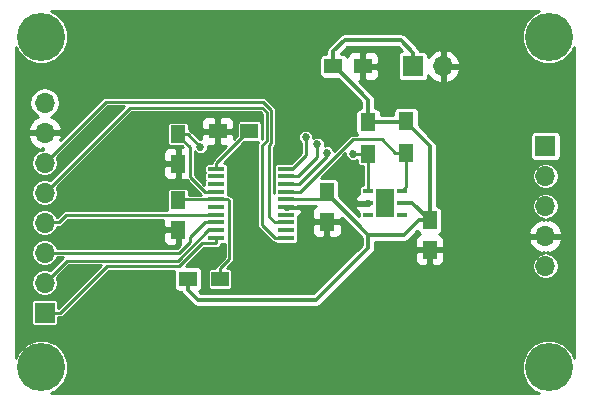
<source format=gtl>
%TF.GenerationSoftware,KiCad,Pcbnew,4.0.7*%
%TF.CreationDate,2018-04-09T00:36:22-04:00*%
%TF.ProjectId,TemperatureHumidityEPD,54656D706572617475726548756D6964,rev?*%
%TF.FileFunction,Copper,L1,Top,Signal*%
%FSLAX46Y46*%
G04 Gerber Fmt 4.6, Leading zero omitted, Abs format (unit mm)*
G04 Created by KiCad (PCBNEW 4.0.7) date Monday, 09 April 2018 'AMt' 00:36:22*
%MOMM*%
%LPD*%
G01*
G04 APERTURE LIST*
%ADD10C,0.127000*%
%ADD11R,0.850000X0.450000*%
%ADD12R,1.500000X2.400000*%
%ADD13R,1.250000X1.500000*%
%ADD14R,1.500000X1.250000*%
%ADD15R,1.700000X1.700000*%
%ADD16O,1.700000X1.700000*%
%ADD17R,1.500000X1.300000*%
%ADD18C,4.064000*%
%ADD19R,1.300000X1.500000*%
%ADD20R,1.450000X0.450000*%
%ADD21C,0.685800*%
%ADD22C,0.304800*%
%ADD23C,0.254000*%
G04 APERTURE END LIST*
D10*
D11*
X130150000Y-95575000D03*
X130150000Y-96600000D03*
X130150000Y-97625000D03*
X133050000Y-97625000D03*
X133055000Y-96600000D03*
X133050000Y-95575000D03*
D12*
X131600000Y-96600000D03*
D13*
X114100000Y-90750000D03*
X114100000Y-93250000D03*
X114100000Y-96350000D03*
X114100000Y-98850000D03*
X126700000Y-95650000D03*
X126700000Y-98150000D03*
D14*
X127250000Y-85000000D03*
X129750000Y-85000000D03*
D13*
X135400000Y-98050000D03*
X135400000Y-100550000D03*
D15*
X102800000Y-105860000D03*
D16*
X102800000Y-103320000D03*
X102800000Y-100780000D03*
X102800000Y-98240000D03*
X102800000Y-95700000D03*
X102800000Y-93160000D03*
X102800000Y-90620000D03*
X102800000Y-88080000D03*
D15*
X145200000Y-91760000D03*
D16*
X145200000Y-94300000D03*
X145200000Y-96840000D03*
X145200000Y-99380000D03*
X145200000Y-101920000D03*
D15*
X134000000Y-85000000D03*
D16*
X136540000Y-85000000D03*
D17*
X114950000Y-103000000D03*
X117650000Y-103000000D03*
D18*
X145500000Y-110500000D03*
X102500000Y-82500000D03*
X102500000Y-110500000D03*
X145500000Y-82500000D03*
D17*
X120150000Y-90500000D03*
X117450000Y-90500000D03*
D19*
X130200000Y-89750000D03*
X130200000Y-92450000D03*
X133400000Y-89650000D03*
X133400000Y-92350000D03*
D20*
X117350000Y-93675000D03*
X117350000Y-94325000D03*
X117350000Y-94975000D03*
X117350000Y-95625000D03*
X117350000Y-96275000D03*
X117350000Y-96925000D03*
X117350000Y-97575000D03*
X117350000Y-98225000D03*
X117350000Y-98875000D03*
X117350000Y-99525000D03*
X123250000Y-99525000D03*
X123250000Y-98875000D03*
X123250000Y-98225000D03*
X123250000Y-97575000D03*
X123250000Y-96925000D03*
X123250000Y-96275000D03*
X123250000Y-95625000D03*
X123250000Y-94975000D03*
X123250000Y-94325000D03*
X123250000Y-93675000D03*
D21*
X128300000Y-94500000D03*
X123600000Y-102000000D03*
X116000000Y-91800000D03*
X125900000Y-91600000D03*
X124900000Y-91000000D03*
X126700000Y-92323910D03*
X128900000Y-92400000D03*
D22*
X125800000Y-104800000D02*
X130225000Y-100375000D01*
X130225000Y-100375000D02*
X130225000Y-99300000D01*
X115795200Y-104800000D02*
X125800000Y-104800000D01*
X114950000Y-103000000D02*
X114950000Y-103954800D01*
X114950000Y-103954800D02*
X115795200Y-104800000D01*
X130225000Y-99300000D02*
X133220200Y-99300000D01*
X133220200Y-99300000D02*
X134470200Y-98050000D01*
X134470200Y-98050000D02*
X135400000Y-98050000D01*
X126700000Y-95650000D02*
X126700000Y-95775000D01*
X126700000Y-95775000D02*
X130225000Y-99300000D01*
X133055000Y-96600000D02*
X133950000Y-96600000D01*
X133950000Y-96600000D02*
X135400000Y-98050000D01*
X133400000Y-89650000D02*
X133400000Y-89750000D01*
X133400000Y-89750000D02*
X135400000Y-91750000D01*
X135400000Y-91750000D02*
X135400000Y-96995200D01*
X135400000Y-96995200D02*
X135400000Y-98050000D01*
X130200000Y-89750000D02*
X133300000Y-89750000D01*
X133300000Y-89750000D02*
X133400000Y-89650000D01*
X127250000Y-85000000D02*
X127375000Y-85000000D01*
X127375000Y-85000000D02*
X130200000Y-87825000D01*
X130200000Y-87825000D02*
X130200000Y-88695200D01*
X130200000Y-88695200D02*
X130200000Y-89750000D01*
X128200000Y-82800000D02*
X127250000Y-83750000D01*
X127250000Y-83750000D02*
X127250000Y-85000000D01*
X132954800Y-82800000D02*
X128200000Y-82800000D01*
X134000000Y-85000000D02*
X134000000Y-83845200D01*
X134000000Y-83845200D02*
X132954800Y-82800000D01*
D23*
X123250000Y-96275000D02*
X126075000Y-96275000D01*
X126075000Y-96275000D02*
X126700000Y-95650000D01*
X126700000Y-98150000D02*
X125821000Y-98150000D01*
X125821000Y-98150000D02*
X124596000Y-96925000D01*
X124596000Y-96925000D02*
X124327242Y-96925000D01*
X114100000Y-90750000D02*
X114950000Y-90750000D01*
X114950000Y-90750000D02*
X116000000Y-91800000D01*
X117350000Y-95625000D02*
X116371000Y-95625000D01*
X116371000Y-95625000D02*
X115106001Y-94360001D01*
X115106001Y-91881001D02*
X114100000Y-90875000D01*
X114100000Y-90875000D02*
X114100000Y-90750000D01*
X115106001Y-94360001D02*
X115106001Y-91881001D01*
X117350000Y-96275000D02*
X114175000Y-96275000D01*
X114175000Y-96275000D02*
X114100000Y-96350000D01*
X117650000Y-103000000D02*
X117650000Y-102096000D01*
X118456001Y-96402001D02*
X118329000Y-96275000D01*
X117650000Y-102096000D02*
X118456001Y-101289999D01*
X118329000Y-96275000D02*
X117350000Y-96275000D01*
X118456001Y-101289999D02*
X118456001Y-96402001D01*
X117350000Y-99525000D02*
X117350000Y-100004000D01*
X117350000Y-100004000D02*
X116096000Y-100004000D01*
X116096000Y-100004000D02*
X114181801Y-101918199D01*
X114181801Y-101918199D02*
X108081801Y-101918199D01*
X108081801Y-101918199D02*
X104140000Y-105860000D01*
X104140000Y-105860000D02*
X102800000Y-105860000D01*
X103649999Y-102470001D02*
X102800000Y-103320000D01*
X104659011Y-101460989D02*
X103649999Y-102470001D01*
X114064261Y-101460989D02*
X104659011Y-101460989D01*
X117350000Y-98875000D02*
X116650250Y-98875000D01*
X116650250Y-98875000D02*
X114064261Y-101460989D01*
X114170500Y-100780000D02*
X104002081Y-100780000D01*
X115106001Y-99844499D02*
X114170500Y-100780000D01*
X115106001Y-99489999D02*
X115106001Y-99844499D01*
X116371000Y-98225000D02*
X115106001Y-99489999D01*
X117350000Y-98225000D02*
X116371000Y-98225000D01*
X104002081Y-100780000D02*
X102800000Y-100780000D01*
X104000000Y-98200000D02*
X102840000Y-98200000D01*
X102840000Y-98200000D02*
X102800000Y-98240000D01*
X104625000Y-97575000D02*
X104000000Y-98200000D01*
X117350000Y-97575000D02*
X104625000Y-97575000D01*
X123250000Y-99525000D02*
X122271000Y-99525000D01*
X122271000Y-99525000D02*
X121200000Y-98454000D01*
X121200000Y-98454000D02*
X121200000Y-91700000D01*
X121208011Y-88508011D02*
X109991989Y-88508011D01*
X121200000Y-91700000D02*
X121600000Y-91300000D01*
X121600000Y-91300000D02*
X121600000Y-88900000D01*
X121600000Y-88900000D02*
X121208011Y-88508011D01*
X109991989Y-88508011D02*
X103649999Y-94850001D01*
X103649999Y-94850001D02*
X102800000Y-95700000D01*
X103649999Y-92310001D02*
X102800000Y-93160000D01*
X120831659Y-87993591D02*
X120825250Y-88000000D01*
X121268341Y-87993591D02*
X120831659Y-87993591D01*
X122006411Y-88731660D02*
X121268341Y-87993591D01*
X120825250Y-88000000D02*
X107960000Y-88000000D01*
X122006411Y-91468339D02*
X122006411Y-88731660D01*
X121800000Y-91674750D02*
X122006411Y-91468339D01*
X121800000Y-97754000D02*
X121800000Y-91674750D01*
X122271000Y-98225000D02*
X121800000Y-97754000D01*
X123250000Y-98225000D02*
X122271000Y-98225000D01*
X107960000Y-88000000D02*
X103649999Y-92310001D01*
X123250000Y-94325000D02*
X124235802Y-94325000D01*
X124235802Y-94325000D02*
X125900000Y-92660802D01*
X125900000Y-92660802D02*
X125900000Y-91600000D01*
X123250000Y-93675000D02*
X123750000Y-93675000D01*
X123750000Y-93675000D02*
X124900000Y-92525000D01*
X124900000Y-92525000D02*
X124900000Y-91000000D01*
X117350000Y-93675000D02*
X117350000Y-93196000D01*
X117350000Y-93196000D02*
X120046000Y-90500000D01*
X120046000Y-90500000D02*
X120150000Y-90500000D01*
X126700000Y-92579238D02*
X126700000Y-92323910D01*
X124304238Y-94975000D02*
X126700000Y-92579238D01*
X123250000Y-94975000D02*
X124304238Y-94975000D01*
X128900000Y-92400000D02*
X130150000Y-92400000D01*
X130150000Y-92400000D02*
X130200000Y-92450000D01*
X130200000Y-92450000D02*
X130200000Y-95525000D01*
X130200000Y-95525000D02*
X130150000Y-95575000D01*
X132496000Y-92350000D02*
X133400000Y-92350000D01*
X131346000Y-91200000D02*
X132496000Y-92350000D01*
X128871376Y-91200000D02*
X131346000Y-91200000D01*
X124446376Y-95625000D02*
X128871376Y-91200000D01*
X123250000Y-95625000D02*
X124446376Y-95625000D01*
X133400000Y-92350000D02*
X133400000Y-95225000D01*
X133400000Y-95225000D02*
X133050000Y-95575000D01*
G36*
X144192408Y-80539348D02*
X143541633Y-81188988D01*
X143189002Y-82038217D01*
X143188200Y-82957749D01*
X143539348Y-83807592D01*
X144188988Y-84458367D01*
X145038217Y-84810998D01*
X145957749Y-84811800D01*
X146807592Y-84460652D01*
X147458367Y-83811012D01*
X147657100Y-83332410D01*
X147657100Y-109667848D01*
X147460652Y-109192408D01*
X146811012Y-108541633D01*
X145961783Y-108189002D01*
X145042251Y-108188200D01*
X144192408Y-108539348D01*
X143541633Y-109188988D01*
X143189002Y-110038217D01*
X143188200Y-110957749D01*
X143539348Y-111807592D01*
X144188988Y-112458367D01*
X144667590Y-112657100D01*
X103332152Y-112657100D01*
X103807592Y-112460652D01*
X104458367Y-111811012D01*
X104810998Y-110961783D01*
X104811800Y-110042251D01*
X104460652Y-109192408D01*
X103811012Y-108541633D01*
X102961783Y-108189002D01*
X102042251Y-108188200D01*
X101192408Y-108539348D01*
X100541633Y-109188988D01*
X100342900Y-109667590D01*
X100342900Y-90976890D01*
X101358524Y-90976890D01*
X101528355Y-91386924D01*
X101918642Y-91815183D01*
X102443108Y-92061486D01*
X102672998Y-91940820D01*
X102672998Y-92051461D01*
X102345671Y-92116570D01*
X101979268Y-92361394D01*
X101734444Y-92727797D01*
X101648474Y-93160000D01*
X101734444Y-93592203D01*
X101979268Y-93958606D01*
X102345671Y-94203430D01*
X102777874Y-94289400D01*
X102822126Y-94289400D01*
X103254329Y-94203430D01*
X103620732Y-93958606D01*
X103865556Y-93592203D01*
X103951526Y-93160000D01*
X103865556Y-92727797D01*
X103842077Y-92692659D01*
X108128336Y-88406400D01*
X109518864Y-88406400D01*
X103262940Y-94662324D01*
X103254329Y-94656570D01*
X102822126Y-94570600D01*
X102777874Y-94570600D01*
X102345671Y-94656570D01*
X101979268Y-94901394D01*
X101734444Y-95267797D01*
X101648474Y-95700000D01*
X101734444Y-96132203D01*
X101979268Y-96498606D01*
X102345671Y-96743430D01*
X102777874Y-96829400D01*
X102822126Y-96829400D01*
X103254329Y-96743430D01*
X103620732Y-96498606D01*
X103865556Y-96132203D01*
X103951526Y-95700000D01*
X103865556Y-95267797D01*
X103842077Y-95232659D01*
X105538986Y-93535750D01*
X112840000Y-93535750D01*
X112840000Y-94126309D01*
X112936673Y-94359698D01*
X113115301Y-94538327D01*
X113348690Y-94635000D01*
X113814250Y-94635000D01*
X113973000Y-94476250D01*
X113973000Y-93377000D01*
X112998750Y-93377000D01*
X112840000Y-93535750D01*
X105538986Y-93535750D01*
X106701045Y-92373691D01*
X112840000Y-92373691D01*
X112840000Y-92964250D01*
X112998750Y-93123000D01*
X113973000Y-93123000D01*
X113973000Y-92023750D01*
X113814250Y-91865000D01*
X113348690Y-91865000D01*
X113115301Y-91961673D01*
X112936673Y-92140302D01*
X112840000Y-92373691D01*
X106701045Y-92373691D01*
X110160325Y-88914411D01*
X121039675Y-88914411D01*
X121193600Y-89068336D01*
X121193600Y-91131664D01*
X121184873Y-91140391D01*
X121184873Y-89850000D01*
X121165391Y-89746461D01*
X121104199Y-89651366D01*
X121010832Y-89587571D01*
X120900000Y-89565127D01*
X119400000Y-89565127D01*
X119296461Y-89584609D01*
X119201366Y-89645801D01*
X119137571Y-89739168D01*
X119115127Y-89850000D01*
X119115127Y-90856137D01*
X118835000Y-91136264D01*
X118835000Y-90785750D01*
X118676250Y-90627000D01*
X117577000Y-90627000D01*
X117577000Y-91626250D01*
X117735750Y-91785000D01*
X118186264Y-91785000D01*
X117062632Y-92908632D01*
X116974535Y-93040477D01*
X116949741Y-93165127D01*
X116625000Y-93165127D01*
X116521461Y-93184609D01*
X116426366Y-93245801D01*
X116362571Y-93339168D01*
X116340127Y-93450000D01*
X116340127Y-93900000D01*
X116359609Y-94003539D01*
X116359648Y-94003600D01*
X116340127Y-94100000D01*
X116340127Y-94550000D01*
X116359609Y-94653539D01*
X116359648Y-94653600D01*
X116340127Y-94750000D01*
X116340127Y-95019391D01*
X115512401Y-94191665D01*
X115512401Y-92192383D01*
X115647035Y-92327253D01*
X115875674Y-92422192D01*
X116123240Y-92422408D01*
X116352044Y-92327868D01*
X116527253Y-92152965D01*
X116622192Y-91924326D01*
X116622314Y-91785000D01*
X117164250Y-91785000D01*
X117323000Y-91626250D01*
X117323000Y-90627000D01*
X116223750Y-90627000D01*
X116065000Y-90785750D01*
X116065000Y-91177756D01*
X115952394Y-91177658D01*
X115237368Y-90462632D01*
X115105523Y-90374535D01*
X115009873Y-90355509D01*
X115009873Y-90000000D01*
X114990391Y-89896461D01*
X114929199Y-89801366D01*
X114835832Y-89737571D01*
X114767286Y-89723690D01*
X116065000Y-89723690D01*
X116065000Y-90214250D01*
X116223750Y-90373000D01*
X117323000Y-90373000D01*
X117323000Y-89373750D01*
X117577000Y-89373750D01*
X117577000Y-90373000D01*
X118676250Y-90373000D01*
X118835000Y-90214250D01*
X118835000Y-89723690D01*
X118738327Y-89490301D01*
X118559698Y-89311673D01*
X118326309Y-89215000D01*
X117735750Y-89215000D01*
X117577000Y-89373750D01*
X117323000Y-89373750D01*
X117164250Y-89215000D01*
X116573691Y-89215000D01*
X116340302Y-89311673D01*
X116161673Y-89490301D01*
X116065000Y-89723690D01*
X114767286Y-89723690D01*
X114725000Y-89715127D01*
X113475000Y-89715127D01*
X113371461Y-89734609D01*
X113276366Y-89795801D01*
X113212571Y-89889168D01*
X113190127Y-90000000D01*
X113190127Y-91500000D01*
X113209609Y-91603539D01*
X113270801Y-91698634D01*
X113364168Y-91762429D01*
X113475000Y-91784873D01*
X114435137Y-91784873D01*
X114515264Y-91865000D01*
X114385750Y-91865000D01*
X114227000Y-92023750D01*
X114227000Y-93123000D01*
X114247000Y-93123000D01*
X114247000Y-93377000D01*
X114227000Y-93377000D01*
X114227000Y-94476250D01*
X114385750Y-94635000D01*
X114810368Y-94635000D01*
X114818633Y-94647369D01*
X116039864Y-95868600D01*
X115009873Y-95868600D01*
X115009873Y-95600000D01*
X114990391Y-95496461D01*
X114929199Y-95401366D01*
X114835832Y-95337571D01*
X114725000Y-95315127D01*
X113475000Y-95315127D01*
X113371461Y-95334609D01*
X113276366Y-95395801D01*
X113212571Y-95489168D01*
X113190127Y-95600000D01*
X113190127Y-97100000D01*
X113203035Y-97168600D01*
X104625000Y-97168600D01*
X104469477Y-97199535D01*
X104337631Y-97287632D01*
X103846294Y-97778970D01*
X103620732Y-97441394D01*
X103254329Y-97196570D01*
X102822126Y-97110600D01*
X102777874Y-97110600D01*
X102345671Y-97196570D01*
X101979268Y-97441394D01*
X101734444Y-97807797D01*
X101648474Y-98240000D01*
X101734444Y-98672203D01*
X101979268Y-99038606D01*
X102345671Y-99283430D01*
X102777874Y-99369400D01*
X102822126Y-99369400D01*
X103254329Y-99283430D01*
X103475346Y-99135750D01*
X112840000Y-99135750D01*
X112840000Y-99726309D01*
X112936673Y-99959698D01*
X113115301Y-100138327D01*
X113348690Y-100235000D01*
X113814250Y-100235000D01*
X113973000Y-100076250D01*
X113973000Y-98977000D01*
X112998750Y-98977000D01*
X112840000Y-99135750D01*
X103475346Y-99135750D01*
X103620732Y-99038606D01*
X103865556Y-98672203D01*
X103878645Y-98606400D01*
X104000000Y-98606400D01*
X104155523Y-98575465D01*
X104287368Y-98487368D01*
X104793337Y-97981400D01*
X112840000Y-97981400D01*
X112840000Y-98564250D01*
X112998750Y-98723000D01*
X113973000Y-98723000D01*
X113973000Y-98703000D01*
X114227000Y-98703000D01*
X114227000Y-98723000D01*
X114247000Y-98723000D01*
X114247000Y-98977000D01*
X114227000Y-98977000D01*
X114227000Y-100076250D01*
X114263257Y-100112507D01*
X114002164Y-100373600D01*
X103870689Y-100373600D01*
X103865556Y-100347797D01*
X103620732Y-99981394D01*
X103254329Y-99736570D01*
X102822126Y-99650600D01*
X102777874Y-99650600D01*
X102345671Y-99736570D01*
X101979268Y-99981394D01*
X101734444Y-100347797D01*
X101648474Y-100780000D01*
X101734444Y-101212203D01*
X101979268Y-101578606D01*
X102345671Y-101823430D01*
X102777874Y-101909400D01*
X102822126Y-101909400D01*
X103254329Y-101823430D01*
X103620732Y-101578606D01*
X103865556Y-101212203D01*
X103870689Y-101186400D01*
X104358863Y-101186400D01*
X103362631Y-102182633D01*
X103262940Y-102282324D01*
X103254329Y-102276570D01*
X102822126Y-102190600D01*
X102777874Y-102190600D01*
X102345671Y-102276570D01*
X101979268Y-102521394D01*
X101734444Y-102887797D01*
X101648474Y-103320000D01*
X101734444Y-103752203D01*
X101979268Y-104118606D01*
X102345671Y-104363430D01*
X102777874Y-104449400D01*
X102822126Y-104449400D01*
X103254329Y-104363430D01*
X103620732Y-104118606D01*
X103865556Y-103752203D01*
X103951526Y-103320000D01*
X103865556Y-102887797D01*
X103842077Y-102852659D01*
X103937367Y-102757369D01*
X104827348Y-101867389D01*
X107557874Y-101867389D01*
X103971664Y-105453600D01*
X103934873Y-105453600D01*
X103934873Y-105010000D01*
X103915391Y-104906461D01*
X103854199Y-104811366D01*
X103760832Y-104747571D01*
X103650000Y-104725127D01*
X101950000Y-104725127D01*
X101846461Y-104744609D01*
X101751366Y-104805801D01*
X101687571Y-104899168D01*
X101665127Y-105010000D01*
X101665127Y-106710000D01*
X101684609Y-106813539D01*
X101745801Y-106908634D01*
X101839168Y-106972429D01*
X101950000Y-106994873D01*
X103650000Y-106994873D01*
X103753539Y-106975391D01*
X103848634Y-106914199D01*
X103912429Y-106820832D01*
X103934873Y-106710000D01*
X103934873Y-106266400D01*
X104140000Y-106266400D01*
X104295523Y-106235465D01*
X104427368Y-106147368D01*
X108250138Y-102324599D01*
X113764885Y-102324599D01*
X113759741Y-102350000D01*
X113759741Y-103650000D01*
X113789850Y-103810015D01*
X113884419Y-103956980D01*
X114028715Y-104055573D01*
X114200000Y-104090259D01*
X114392745Y-104090259D01*
X114410270Y-104178364D01*
X114435284Y-104215800D01*
X114536908Y-104367892D01*
X115382108Y-105213092D01*
X115571636Y-105339730D01*
X115795200Y-105384200D01*
X125800000Y-105384200D01*
X126023564Y-105339730D01*
X126213092Y-105213092D01*
X130590434Y-100835750D01*
X134140000Y-100835750D01*
X134140000Y-101426309D01*
X134236673Y-101659698D01*
X134415301Y-101838327D01*
X134648690Y-101935000D01*
X135114250Y-101935000D01*
X135273000Y-101776250D01*
X135273000Y-100677000D01*
X135527000Y-100677000D01*
X135527000Y-101776250D01*
X135685750Y-101935000D01*
X136151310Y-101935000D01*
X136384699Y-101838327D01*
X136563327Y-101659698D01*
X136660000Y-101426309D01*
X136660000Y-100835750D01*
X136501250Y-100677000D01*
X135527000Y-100677000D01*
X135273000Y-100677000D01*
X134298750Y-100677000D01*
X134140000Y-100835750D01*
X130590434Y-100835750D01*
X130638092Y-100788092D01*
X130643499Y-100780000D01*
X130764730Y-100598564D01*
X130809200Y-100375000D01*
X130809200Y-99884200D01*
X133220200Y-99884200D01*
X133443764Y-99839730D01*
X133633292Y-99713092D01*
X134373275Y-98973109D01*
X134459419Y-99106980D01*
X134583720Y-99191911D01*
X134415301Y-99261673D01*
X134236673Y-99440302D01*
X134140000Y-99673691D01*
X134140000Y-100264250D01*
X134298750Y-100423000D01*
X135273000Y-100423000D01*
X135273000Y-100403000D01*
X135527000Y-100403000D01*
X135527000Y-100423000D01*
X136501250Y-100423000D01*
X136660000Y-100264250D01*
X136660000Y-99736890D01*
X143758524Y-99736890D01*
X143928355Y-100146924D01*
X144318642Y-100575183D01*
X144843108Y-100821486D01*
X145072998Y-100700820D01*
X145072998Y-100811461D01*
X144745671Y-100876570D01*
X144379268Y-101121394D01*
X144134444Y-101487797D01*
X144048474Y-101920000D01*
X144134444Y-102352203D01*
X144379268Y-102718606D01*
X144745671Y-102963430D01*
X145177874Y-103049400D01*
X145222126Y-103049400D01*
X145654329Y-102963430D01*
X146020732Y-102718606D01*
X146265556Y-102352203D01*
X146351526Y-101920000D01*
X146265556Y-101487797D01*
X146020732Y-101121394D01*
X145654329Y-100876570D01*
X145327002Y-100811461D01*
X145327002Y-100700820D01*
X145556892Y-100821486D01*
X146081358Y-100575183D01*
X146471645Y-100146924D01*
X146641476Y-99736890D01*
X146520155Y-99507000D01*
X145327000Y-99507000D01*
X145327000Y-99527000D01*
X145073000Y-99527000D01*
X145073000Y-99507000D01*
X143879845Y-99507000D01*
X143758524Y-99736890D01*
X136660000Y-99736890D01*
X136660000Y-99673691D01*
X136563327Y-99440302D01*
X136384699Y-99261673D01*
X136214503Y-99191175D01*
X136331980Y-99115581D01*
X136395162Y-99023110D01*
X143758524Y-99023110D01*
X143879845Y-99253000D01*
X145073000Y-99253000D01*
X145073000Y-99233000D01*
X145327000Y-99233000D01*
X145327000Y-99253000D01*
X146520155Y-99253000D01*
X146641476Y-99023110D01*
X146471645Y-98613076D01*
X146081358Y-98184817D01*
X145556892Y-97938514D01*
X145327002Y-98059180D01*
X145327002Y-97948539D01*
X145654329Y-97883430D01*
X146020732Y-97638606D01*
X146265556Y-97272203D01*
X146351526Y-96840000D01*
X146265556Y-96407797D01*
X146020732Y-96041394D01*
X145654329Y-95796570D01*
X145222126Y-95710600D01*
X145177874Y-95710600D01*
X144745671Y-95796570D01*
X144379268Y-96041394D01*
X144134444Y-96407797D01*
X144048474Y-96840000D01*
X144134444Y-97272203D01*
X144379268Y-97638606D01*
X144745671Y-97883430D01*
X145072998Y-97948539D01*
X145072998Y-98059180D01*
X144843108Y-97938514D01*
X144318642Y-98184817D01*
X143928355Y-98613076D01*
X143758524Y-99023110D01*
X136395162Y-99023110D01*
X136430573Y-98971285D01*
X136465259Y-98800000D01*
X136465259Y-97300000D01*
X136435150Y-97139985D01*
X136340581Y-96993020D01*
X136196285Y-96894427D01*
X136025000Y-96859741D01*
X135984200Y-96859741D01*
X135984200Y-94300000D01*
X144048474Y-94300000D01*
X144134444Y-94732203D01*
X144379268Y-95098606D01*
X144745671Y-95343430D01*
X145177874Y-95429400D01*
X145222126Y-95429400D01*
X145654329Y-95343430D01*
X146020732Y-95098606D01*
X146265556Y-94732203D01*
X146351526Y-94300000D01*
X146265556Y-93867797D01*
X146020732Y-93501394D01*
X145654329Y-93256570D01*
X145222126Y-93170600D01*
X145177874Y-93170600D01*
X144745671Y-93256570D01*
X144379268Y-93501394D01*
X144134444Y-93867797D01*
X144048474Y-94300000D01*
X135984200Y-94300000D01*
X135984200Y-91750000D01*
X135939730Y-91526436D01*
X135813092Y-91336908D01*
X135386184Y-90910000D01*
X143909741Y-90910000D01*
X143909741Y-92610000D01*
X143939850Y-92770015D01*
X144034419Y-92916980D01*
X144178715Y-93015573D01*
X144350000Y-93050259D01*
X146050000Y-93050259D01*
X146210015Y-93020150D01*
X146356980Y-92925581D01*
X146455573Y-92781285D01*
X146490259Y-92610000D01*
X146490259Y-90910000D01*
X146460150Y-90749985D01*
X146365581Y-90603020D01*
X146221285Y-90504427D01*
X146050000Y-90469741D01*
X144350000Y-90469741D01*
X144189985Y-90499850D01*
X144043020Y-90594419D01*
X143944427Y-90738715D01*
X143909741Y-90910000D01*
X135386184Y-90910000D01*
X134490259Y-90014075D01*
X134490259Y-88900000D01*
X134460150Y-88739985D01*
X134365581Y-88593020D01*
X134221285Y-88494427D01*
X134050000Y-88459741D01*
X132750000Y-88459741D01*
X132589985Y-88489850D01*
X132443020Y-88584419D01*
X132344427Y-88728715D01*
X132309741Y-88900000D01*
X132309741Y-89165800D01*
X131290259Y-89165800D01*
X131290259Y-89000000D01*
X131260150Y-88839985D01*
X131165581Y-88693020D01*
X131021285Y-88594427D01*
X130850000Y-88559741D01*
X130784200Y-88559741D01*
X130784200Y-87825000D01*
X130739730Y-87601436D01*
X130613092Y-87411908D01*
X129461184Y-86260000D01*
X129464250Y-86260000D01*
X129623000Y-86101250D01*
X129623000Y-85127000D01*
X129877000Y-85127000D01*
X129877000Y-86101250D01*
X130035750Y-86260000D01*
X130626309Y-86260000D01*
X130859698Y-86163327D01*
X131038327Y-85984699D01*
X131135000Y-85751310D01*
X131135000Y-85285750D01*
X130976250Y-85127000D01*
X129877000Y-85127000D01*
X129623000Y-85127000D01*
X129603000Y-85127000D01*
X129603000Y-84873000D01*
X129623000Y-84873000D01*
X129623000Y-83898750D01*
X129877000Y-83898750D01*
X129877000Y-84873000D01*
X130976250Y-84873000D01*
X131135000Y-84714250D01*
X131135000Y-84248690D01*
X131038327Y-84015301D01*
X130859698Y-83836673D01*
X130626309Y-83740000D01*
X130035750Y-83740000D01*
X129877000Y-83898750D01*
X129623000Y-83898750D01*
X129464250Y-83740000D01*
X128873691Y-83740000D01*
X128640302Y-83836673D01*
X128461673Y-84015301D01*
X128391175Y-84185497D01*
X128315581Y-84068020D01*
X128171285Y-83969427D01*
X128000000Y-83934741D01*
X127891443Y-83934741D01*
X128441984Y-83384200D01*
X132712816Y-83384200D01*
X133056037Y-83727421D01*
X132989985Y-83739850D01*
X132843020Y-83834419D01*
X132744427Y-83978715D01*
X132709741Y-84150000D01*
X132709741Y-85850000D01*
X132739850Y-86010015D01*
X132834419Y-86156980D01*
X132978715Y-86255573D01*
X133150000Y-86290259D01*
X134850000Y-86290259D01*
X135010015Y-86260150D01*
X135156980Y-86165581D01*
X135255573Y-86021285D01*
X135290259Y-85850000D01*
X135290259Y-85765185D01*
X135344817Y-85881358D01*
X135773076Y-86271645D01*
X136183110Y-86441476D01*
X136413000Y-86320155D01*
X136413000Y-85127000D01*
X136667000Y-85127000D01*
X136667000Y-86320155D01*
X136896890Y-86441476D01*
X137306924Y-86271645D01*
X137735183Y-85881358D01*
X137981486Y-85356892D01*
X137860819Y-85127000D01*
X136667000Y-85127000D01*
X136413000Y-85127000D01*
X136393000Y-85127000D01*
X136393000Y-84873000D01*
X136413000Y-84873000D01*
X136413000Y-83679845D01*
X136667000Y-83679845D01*
X136667000Y-84873000D01*
X137860819Y-84873000D01*
X137981486Y-84643108D01*
X137735183Y-84118642D01*
X137306924Y-83728355D01*
X136896890Y-83558524D01*
X136667000Y-83679845D01*
X136413000Y-83679845D01*
X136183110Y-83558524D01*
X135773076Y-83728355D01*
X135344817Y-84118642D01*
X135290259Y-84234815D01*
X135290259Y-84150000D01*
X135260150Y-83989985D01*
X135165581Y-83843020D01*
X135021285Y-83744427D01*
X134850000Y-83709741D01*
X134557255Y-83709741D01*
X134539730Y-83621636D01*
X134413092Y-83432108D01*
X133367892Y-82386908D01*
X133178364Y-82260270D01*
X132954800Y-82215800D01*
X128200000Y-82215800D01*
X127976436Y-82260270D01*
X127786908Y-82386908D01*
X126836908Y-83336908D01*
X126710270Y-83526436D01*
X126665800Y-83750000D01*
X126665800Y-83934741D01*
X126500000Y-83934741D01*
X126339985Y-83964850D01*
X126193020Y-84059419D01*
X126094427Y-84203715D01*
X126059741Y-84375000D01*
X126059741Y-85625000D01*
X126089850Y-85785015D01*
X126184419Y-85931980D01*
X126328715Y-86030573D01*
X126500000Y-86065259D01*
X127614075Y-86065259D01*
X129615800Y-88066984D01*
X129615800Y-88559741D01*
X129550000Y-88559741D01*
X129389985Y-88589850D01*
X129243020Y-88684419D01*
X129144427Y-88828715D01*
X129109741Y-89000000D01*
X129109741Y-90500000D01*
X129139850Y-90660015D01*
X129225809Y-90793600D01*
X128871376Y-90793600D01*
X128715853Y-90824535D01*
X128593335Y-90906400D01*
X128584008Y-90912632D01*
X127314678Y-92181962D01*
X127227868Y-91971866D01*
X127052965Y-91796657D01*
X126824326Y-91701718D01*
X126576760Y-91701502D01*
X126522192Y-91724049D01*
X126522408Y-91476760D01*
X126427868Y-91247956D01*
X126252965Y-91072747D01*
X126024326Y-90977808D01*
X125776760Y-90977592D01*
X125547956Y-91072132D01*
X125522215Y-91097828D01*
X125522408Y-90876760D01*
X125427868Y-90647956D01*
X125252965Y-90472747D01*
X125024326Y-90377808D01*
X124776760Y-90377592D01*
X124547956Y-90472132D01*
X124372747Y-90647035D01*
X124277808Y-90875674D01*
X124277592Y-91123240D01*
X124372132Y-91352044D01*
X124493600Y-91473725D01*
X124493600Y-92356664D01*
X123685137Y-93165127D01*
X122525000Y-93165127D01*
X122421461Y-93184609D01*
X122326366Y-93245801D01*
X122262571Y-93339168D01*
X122240127Y-93450000D01*
X122240127Y-93900000D01*
X122259609Y-94003539D01*
X122259648Y-94003600D01*
X122240127Y-94100000D01*
X122240127Y-94550000D01*
X122259609Y-94653539D01*
X122259648Y-94653600D01*
X122240127Y-94750000D01*
X122240127Y-95200000D01*
X122259609Y-95303539D01*
X122259648Y-95303600D01*
X122240127Y-95400000D01*
X122240127Y-95720194D01*
X122218020Y-95734419D01*
X122206400Y-95751425D01*
X122206400Y-91843086D01*
X122293779Y-91755707D01*
X122381876Y-91623862D01*
X122412811Y-91468339D01*
X122412811Y-88731660D01*
X122381876Y-88576137D01*
X122293779Y-88444292D01*
X121555709Y-87706223D01*
X121423864Y-87618126D01*
X121268341Y-87587191D01*
X120831659Y-87587191D01*
X120799438Y-87593600D01*
X107960000Y-87593600D01*
X107804477Y-87624535D01*
X107682224Y-87706223D01*
X107672632Y-87712632D01*
X104123474Y-91261790D01*
X104241476Y-90976890D01*
X104120155Y-90747000D01*
X102927000Y-90747000D01*
X102927000Y-90767000D01*
X102673000Y-90767000D01*
X102673000Y-90747000D01*
X101479845Y-90747000D01*
X101358524Y-90976890D01*
X100342900Y-90976890D01*
X100342900Y-90263110D01*
X101358524Y-90263110D01*
X101479845Y-90493000D01*
X102673000Y-90493000D01*
X102673000Y-90473000D01*
X102927000Y-90473000D01*
X102927000Y-90493000D01*
X104120155Y-90493000D01*
X104241476Y-90263110D01*
X104071645Y-89853076D01*
X103681358Y-89424817D01*
X103325448Y-89257673D01*
X103731481Y-88986369D01*
X104009341Y-88570524D01*
X104106912Y-88080000D01*
X104009341Y-87589476D01*
X103731481Y-87173631D01*
X103315636Y-86895771D01*
X102825112Y-86798200D01*
X102774888Y-86798200D01*
X102284364Y-86895771D01*
X101868519Y-87173631D01*
X101590659Y-87589476D01*
X101493088Y-88080000D01*
X101590659Y-88570524D01*
X101868519Y-88986369D01*
X102274552Y-89257673D01*
X101918642Y-89424817D01*
X101528355Y-89853076D01*
X101358524Y-90263110D01*
X100342900Y-90263110D01*
X100342900Y-83332152D01*
X100539348Y-83807592D01*
X101188988Y-84458367D01*
X102038217Y-84810998D01*
X102957749Y-84811800D01*
X103807592Y-84460652D01*
X104458367Y-83811012D01*
X104810998Y-82961783D01*
X104811800Y-82042251D01*
X104460652Y-81192408D01*
X103811012Y-80541633D01*
X103332410Y-80342900D01*
X144667848Y-80342900D01*
X144192408Y-80539348D01*
X144192408Y-80539348D01*
G37*
X144192408Y-80539348D02*
X143541633Y-81188988D01*
X143189002Y-82038217D01*
X143188200Y-82957749D01*
X143539348Y-83807592D01*
X144188988Y-84458367D01*
X145038217Y-84810998D01*
X145957749Y-84811800D01*
X146807592Y-84460652D01*
X147458367Y-83811012D01*
X147657100Y-83332410D01*
X147657100Y-109667848D01*
X147460652Y-109192408D01*
X146811012Y-108541633D01*
X145961783Y-108189002D01*
X145042251Y-108188200D01*
X144192408Y-108539348D01*
X143541633Y-109188988D01*
X143189002Y-110038217D01*
X143188200Y-110957749D01*
X143539348Y-111807592D01*
X144188988Y-112458367D01*
X144667590Y-112657100D01*
X103332152Y-112657100D01*
X103807592Y-112460652D01*
X104458367Y-111811012D01*
X104810998Y-110961783D01*
X104811800Y-110042251D01*
X104460652Y-109192408D01*
X103811012Y-108541633D01*
X102961783Y-108189002D01*
X102042251Y-108188200D01*
X101192408Y-108539348D01*
X100541633Y-109188988D01*
X100342900Y-109667590D01*
X100342900Y-90976890D01*
X101358524Y-90976890D01*
X101528355Y-91386924D01*
X101918642Y-91815183D01*
X102443108Y-92061486D01*
X102672998Y-91940820D01*
X102672998Y-92051461D01*
X102345671Y-92116570D01*
X101979268Y-92361394D01*
X101734444Y-92727797D01*
X101648474Y-93160000D01*
X101734444Y-93592203D01*
X101979268Y-93958606D01*
X102345671Y-94203430D01*
X102777874Y-94289400D01*
X102822126Y-94289400D01*
X103254329Y-94203430D01*
X103620732Y-93958606D01*
X103865556Y-93592203D01*
X103951526Y-93160000D01*
X103865556Y-92727797D01*
X103842077Y-92692659D01*
X108128336Y-88406400D01*
X109518864Y-88406400D01*
X103262940Y-94662324D01*
X103254329Y-94656570D01*
X102822126Y-94570600D01*
X102777874Y-94570600D01*
X102345671Y-94656570D01*
X101979268Y-94901394D01*
X101734444Y-95267797D01*
X101648474Y-95700000D01*
X101734444Y-96132203D01*
X101979268Y-96498606D01*
X102345671Y-96743430D01*
X102777874Y-96829400D01*
X102822126Y-96829400D01*
X103254329Y-96743430D01*
X103620732Y-96498606D01*
X103865556Y-96132203D01*
X103951526Y-95700000D01*
X103865556Y-95267797D01*
X103842077Y-95232659D01*
X105538986Y-93535750D01*
X112840000Y-93535750D01*
X112840000Y-94126309D01*
X112936673Y-94359698D01*
X113115301Y-94538327D01*
X113348690Y-94635000D01*
X113814250Y-94635000D01*
X113973000Y-94476250D01*
X113973000Y-93377000D01*
X112998750Y-93377000D01*
X112840000Y-93535750D01*
X105538986Y-93535750D01*
X106701045Y-92373691D01*
X112840000Y-92373691D01*
X112840000Y-92964250D01*
X112998750Y-93123000D01*
X113973000Y-93123000D01*
X113973000Y-92023750D01*
X113814250Y-91865000D01*
X113348690Y-91865000D01*
X113115301Y-91961673D01*
X112936673Y-92140302D01*
X112840000Y-92373691D01*
X106701045Y-92373691D01*
X110160325Y-88914411D01*
X121039675Y-88914411D01*
X121193600Y-89068336D01*
X121193600Y-91131664D01*
X121184873Y-91140391D01*
X121184873Y-89850000D01*
X121165391Y-89746461D01*
X121104199Y-89651366D01*
X121010832Y-89587571D01*
X120900000Y-89565127D01*
X119400000Y-89565127D01*
X119296461Y-89584609D01*
X119201366Y-89645801D01*
X119137571Y-89739168D01*
X119115127Y-89850000D01*
X119115127Y-90856137D01*
X118835000Y-91136264D01*
X118835000Y-90785750D01*
X118676250Y-90627000D01*
X117577000Y-90627000D01*
X117577000Y-91626250D01*
X117735750Y-91785000D01*
X118186264Y-91785000D01*
X117062632Y-92908632D01*
X116974535Y-93040477D01*
X116949741Y-93165127D01*
X116625000Y-93165127D01*
X116521461Y-93184609D01*
X116426366Y-93245801D01*
X116362571Y-93339168D01*
X116340127Y-93450000D01*
X116340127Y-93900000D01*
X116359609Y-94003539D01*
X116359648Y-94003600D01*
X116340127Y-94100000D01*
X116340127Y-94550000D01*
X116359609Y-94653539D01*
X116359648Y-94653600D01*
X116340127Y-94750000D01*
X116340127Y-95019391D01*
X115512401Y-94191665D01*
X115512401Y-92192383D01*
X115647035Y-92327253D01*
X115875674Y-92422192D01*
X116123240Y-92422408D01*
X116352044Y-92327868D01*
X116527253Y-92152965D01*
X116622192Y-91924326D01*
X116622314Y-91785000D01*
X117164250Y-91785000D01*
X117323000Y-91626250D01*
X117323000Y-90627000D01*
X116223750Y-90627000D01*
X116065000Y-90785750D01*
X116065000Y-91177756D01*
X115952394Y-91177658D01*
X115237368Y-90462632D01*
X115105523Y-90374535D01*
X115009873Y-90355509D01*
X115009873Y-90000000D01*
X114990391Y-89896461D01*
X114929199Y-89801366D01*
X114835832Y-89737571D01*
X114767286Y-89723690D01*
X116065000Y-89723690D01*
X116065000Y-90214250D01*
X116223750Y-90373000D01*
X117323000Y-90373000D01*
X117323000Y-89373750D01*
X117577000Y-89373750D01*
X117577000Y-90373000D01*
X118676250Y-90373000D01*
X118835000Y-90214250D01*
X118835000Y-89723690D01*
X118738327Y-89490301D01*
X118559698Y-89311673D01*
X118326309Y-89215000D01*
X117735750Y-89215000D01*
X117577000Y-89373750D01*
X117323000Y-89373750D01*
X117164250Y-89215000D01*
X116573691Y-89215000D01*
X116340302Y-89311673D01*
X116161673Y-89490301D01*
X116065000Y-89723690D01*
X114767286Y-89723690D01*
X114725000Y-89715127D01*
X113475000Y-89715127D01*
X113371461Y-89734609D01*
X113276366Y-89795801D01*
X113212571Y-89889168D01*
X113190127Y-90000000D01*
X113190127Y-91500000D01*
X113209609Y-91603539D01*
X113270801Y-91698634D01*
X113364168Y-91762429D01*
X113475000Y-91784873D01*
X114435137Y-91784873D01*
X114515264Y-91865000D01*
X114385750Y-91865000D01*
X114227000Y-92023750D01*
X114227000Y-93123000D01*
X114247000Y-93123000D01*
X114247000Y-93377000D01*
X114227000Y-93377000D01*
X114227000Y-94476250D01*
X114385750Y-94635000D01*
X114810368Y-94635000D01*
X114818633Y-94647369D01*
X116039864Y-95868600D01*
X115009873Y-95868600D01*
X115009873Y-95600000D01*
X114990391Y-95496461D01*
X114929199Y-95401366D01*
X114835832Y-95337571D01*
X114725000Y-95315127D01*
X113475000Y-95315127D01*
X113371461Y-95334609D01*
X113276366Y-95395801D01*
X113212571Y-95489168D01*
X113190127Y-95600000D01*
X113190127Y-97100000D01*
X113203035Y-97168600D01*
X104625000Y-97168600D01*
X104469477Y-97199535D01*
X104337631Y-97287632D01*
X103846294Y-97778970D01*
X103620732Y-97441394D01*
X103254329Y-97196570D01*
X102822126Y-97110600D01*
X102777874Y-97110600D01*
X102345671Y-97196570D01*
X101979268Y-97441394D01*
X101734444Y-97807797D01*
X101648474Y-98240000D01*
X101734444Y-98672203D01*
X101979268Y-99038606D01*
X102345671Y-99283430D01*
X102777874Y-99369400D01*
X102822126Y-99369400D01*
X103254329Y-99283430D01*
X103475346Y-99135750D01*
X112840000Y-99135750D01*
X112840000Y-99726309D01*
X112936673Y-99959698D01*
X113115301Y-100138327D01*
X113348690Y-100235000D01*
X113814250Y-100235000D01*
X113973000Y-100076250D01*
X113973000Y-98977000D01*
X112998750Y-98977000D01*
X112840000Y-99135750D01*
X103475346Y-99135750D01*
X103620732Y-99038606D01*
X103865556Y-98672203D01*
X103878645Y-98606400D01*
X104000000Y-98606400D01*
X104155523Y-98575465D01*
X104287368Y-98487368D01*
X104793337Y-97981400D01*
X112840000Y-97981400D01*
X112840000Y-98564250D01*
X112998750Y-98723000D01*
X113973000Y-98723000D01*
X113973000Y-98703000D01*
X114227000Y-98703000D01*
X114227000Y-98723000D01*
X114247000Y-98723000D01*
X114247000Y-98977000D01*
X114227000Y-98977000D01*
X114227000Y-100076250D01*
X114263257Y-100112507D01*
X114002164Y-100373600D01*
X103870689Y-100373600D01*
X103865556Y-100347797D01*
X103620732Y-99981394D01*
X103254329Y-99736570D01*
X102822126Y-99650600D01*
X102777874Y-99650600D01*
X102345671Y-99736570D01*
X101979268Y-99981394D01*
X101734444Y-100347797D01*
X101648474Y-100780000D01*
X101734444Y-101212203D01*
X101979268Y-101578606D01*
X102345671Y-101823430D01*
X102777874Y-101909400D01*
X102822126Y-101909400D01*
X103254329Y-101823430D01*
X103620732Y-101578606D01*
X103865556Y-101212203D01*
X103870689Y-101186400D01*
X104358863Y-101186400D01*
X103362631Y-102182633D01*
X103262940Y-102282324D01*
X103254329Y-102276570D01*
X102822126Y-102190600D01*
X102777874Y-102190600D01*
X102345671Y-102276570D01*
X101979268Y-102521394D01*
X101734444Y-102887797D01*
X101648474Y-103320000D01*
X101734444Y-103752203D01*
X101979268Y-104118606D01*
X102345671Y-104363430D01*
X102777874Y-104449400D01*
X102822126Y-104449400D01*
X103254329Y-104363430D01*
X103620732Y-104118606D01*
X103865556Y-103752203D01*
X103951526Y-103320000D01*
X103865556Y-102887797D01*
X103842077Y-102852659D01*
X103937367Y-102757369D01*
X104827348Y-101867389D01*
X107557874Y-101867389D01*
X103971664Y-105453600D01*
X103934873Y-105453600D01*
X103934873Y-105010000D01*
X103915391Y-104906461D01*
X103854199Y-104811366D01*
X103760832Y-104747571D01*
X103650000Y-104725127D01*
X101950000Y-104725127D01*
X101846461Y-104744609D01*
X101751366Y-104805801D01*
X101687571Y-104899168D01*
X101665127Y-105010000D01*
X101665127Y-106710000D01*
X101684609Y-106813539D01*
X101745801Y-106908634D01*
X101839168Y-106972429D01*
X101950000Y-106994873D01*
X103650000Y-106994873D01*
X103753539Y-106975391D01*
X103848634Y-106914199D01*
X103912429Y-106820832D01*
X103934873Y-106710000D01*
X103934873Y-106266400D01*
X104140000Y-106266400D01*
X104295523Y-106235465D01*
X104427368Y-106147368D01*
X108250138Y-102324599D01*
X113764885Y-102324599D01*
X113759741Y-102350000D01*
X113759741Y-103650000D01*
X113789850Y-103810015D01*
X113884419Y-103956980D01*
X114028715Y-104055573D01*
X114200000Y-104090259D01*
X114392745Y-104090259D01*
X114410270Y-104178364D01*
X114435284Y-104215800D01*
X114536908Y-104367892D01*
X115382108Y-105213092D01*
X115571636Y-105339730D01*
X115795200Y-105384200D01*
X125800000Y-105384200D01*
X126023564Y-105339730D01*
X126213092Y-105213092D01*
X130590434Y-100835750D01*
X134140000Y-100835750D01*
X134140000Y-101426309D01*
X134236673Y-101659698D01*
X134415301Y-101838327D01*
X134648690Y-101935000D01*
X135114250Y-101935000D01*
X135273000Y-101776250D01*
X135273000Y-100677000D01*
X135527000Y-100677000D01*
X135527000Y-101776250D01*
X135685750Y-101935000D01*
X136151310Y-101935000D01*
X136384699Y-101838327D01*
X136563327Y-101659698D01*
X136660000Y-101426309D01*
X136660000Y-100835750D01*
X136501250Y-100677000D01*
X135527000Y-100677000D01*
X135273000Y-100677000D01*
X134298750Y-100677000D01*
X134140000Y-100835750D01*
X130590434Y-100835750D01*
X130638092Y-100788092D01*
X130643499Y-100780000D01*
X130764730Y-100598564D01*
X130809200Y-100375000D01*
X130809200Y-99884200D01*
X133220200Y-99884200D01*
X133443764Y-99839730D01*
X133633292Y-99713092D01*
X134373275Y-98973109D01*
X134459419Y-99106980D01*
X134583720Y-99191911D01*
X134415301Y-99261673D01*
X134236673Y-99440302D01*
X134140000Y-99673691D01*
X134140000Y-100264250D01*
X134298750Y-100423000D01*
X135273000Y-100423000D01*
X135273000Y-100403000D01*
X135527000Y-100403000D01*
X135527000Y-100423000D01*
X136501250Y-100423000D01*
X136660000Y-100264250D01*
X136660000Y-99736890D01*
X143758524Y-99736890D01*
X143928355Y-100146924D01*
X144318642Y-100575183D01*
X144843108Y-100821486D01*
X145072998Y-100700820D01*
X145072998Y-100811461D01*
X144745671Y-100876570D01*
X144379268Y-101121394D01*
X144134444Y-101487797D01*
X144048474Y-101920000D01*
X144134444Y-102352203D01*
X144379268Y-102718606D01*
X144745671Y-102963430D01*
X145177874Y-103049400D01*
X145222126Y-103049400D01*
X145654329Y-102963430D01*
X146020732Y-102718606D01*
X146265556Y-102352203D01*
X146351526Y-101920000D01*
X146265556Y-101487797D01*
X146020732Y-101121394D01*
X145654329Y-100876570D01*
X145327002Y-100811461D01*
X145327002Y-100700820D01*
X145556892Y-100821486D01*
X146081358Y-100575183D01*
X146471645Y-100146924D01*
X146641476Y-99736890D01*
X146520155Y-99507000D01*
X145327000Y-99507000D01*
X145327000Y-99527000D01*
X145073000Y-99527000D01*
X145073000Y-99507000D01*
X143879845Y-99507000D01*
X143758524Y-99736890D01*
X136660000Y-99736890D01*
X136660000Y-99673691D01*
X136563327Y-99440302D01*
X136384699Y-99261673D01*
X136214503Y-99191175D01*
X136331980Y-99115581D01*
X136395162Y-99023110D01*
X143758524Y-99023110D01*
X143879845Y-99253000D01*
X145073000Y-99253000D01*
X145073000Y-99233000D01*
X145327000Y-99233000D01*
X145327000Y-99253000D01*
X146520155Y-99253000D01*
X146641476Y-99023110D01*
X146471645Y-98613076D01*
X146081358Y-98184817D01*
X145556892Y-97938514D01*
X145327002Y-98059180D01*
X145327002Y-97948539D01*
X145654329Y-97883430D01*
X146020732Y-97638606D01*
X146265556Y-97272203D01*
X146351526Y-96840000D01*
X146265556Y-96407797D01*
X146020732Y-96041394D01*
X145654329Y-95796570D01*
X145222126Y-95710600D01*
X145177874Y-95710600D01*
X144745671Y-95796570D01*
X144379268Y-96041394D01*
X144134444Y-96407797D01*
X144048474Y-96840000D01*
X144134444Y-97272203D01*
X144379268Y-97638606D01*
X144745671Y-97883430D01*
X145072998Y-97948539D01*
X145072998Y-98059180D01*
X144843108Y-97938514D01*
X144318642Y-98184817D01*
X143928355Y-98613076D01*
X143758524Y-99023110D01*
X136395162Y-99023110D01*
X136430573Y-98971285D01*
X136465259Y-98800000D01*
X136465259Y-97300000D01*
X136435150Y-97139985D01*
X136340581Y-96993020D01*
X136196285Y-96894427D01*
X136025000Y-96859741D01*
X135984200Y-96859741D01*
X135984200Y-94300000D01*
X144048474Y-94300000D01*
X144134444Y-94732203D01*
X144379268Y-95098606D01*
X144745671Y-95343430D01*
X145177874Y-95429400D01*
X145222126Y-95429400D01*
X145654329Y-95343430D01*
X146020732Y-95098606D01*
X146265556Y-94732203D01*
X146351526Y-94300000D01*
X146265556Y-93867797D01*
X146020732Y-93501394D01*
X145654329Y-93256570D01*
X145222126Y-93170600D01*
X145177874Y-93170600D01*
X144745671Y-93256570D01*
X144379268Y-93501394D01*
X144134444Y-93867797D01*
X144048474Y-94300000D01*
X135984200Y-94300000D01*
X135984200Y-91750000D01*
X135939730Y-91526436D01*
X135813092Y-91336908D01*
X135386184Y-90910000D01*
X143909741Y-90910000D01*
X143909741Y-92610000D01*
X143939850Y-92770015D01*
X144034419Y-92916980D01*
X144178715Y-93015573D01*
X144350000Y-93050259D01*
X146050000Y-93050259D01*
X146210015Y-93020150D01*
X146356980Y-92925581D01*
X146455573Y-92781285D01*
X146490259Y-92610000D01*
X146490259Y-90910000D01*
X146460150Y-90749985D01*
X146365581Y-90603020D01*
X146221285Y-90504427D01*
X146050000Y-90469741D01*
X144350000Y-90469741D01*
X144189985Y-90499850D01*
X144043020Y-90594419D01*
X143944427Y-90738715D01*
X143909741Y-90910000D01*
X135386184Y-90910000D01*
X134490259Y-90014075D01*
X134490259Y-88900000D01*
X134460150Y-88739985D01*
X134365581Y-88593020D01*
X134221285Y-88494427D01*
X134050000Y-88459741D01*
X132750000Y-88459741D01*
X132589985Y-88489850D01*
X132443020Y-88584419D01*
X132344427Y-88728715D01*
X132309741Y-88900000D01*
X132309741Y-89165800D01*
X131290259Y-89165800D01*
X131290259Y-89000000D01*
X131260150Y-88839985D01*
X131165581Y-88693020D01*
X131021285Y-88594427D01*
X130850000Y-88559741D01*
X130784200Y-88559741D01*
X130784200Y-87825000D01*
X130739730Y-87601436D01*
X130613092Y-87411908D01*
X129461184Y-86260000D01*
X129464250Y-86260000D01*
X129623000Y-86101250D01*
X129623000Y-85127000D01*
X129877000Y-85127000D01*
X129877000Y-86101250D01*
X130035750Y-86260000D01*
X130626309Y-86260000D01*
X130859698Y-86163327D01*
X131038327Y-85984699D01*
X131135000Y-85751310D01*
X131135000Y-85285750D01*
X130976250Y-85127000D01*
X129877000Y-85127000D01*
X129623000Y-85127000D01*
X129603000Y-85127000D01*
X129603000Y-84873000D01*
X129623000Y-84873000D01*
X129623000Y-83898750D01*
X129877000Y-83898750D01*
X129877000Y-84873000D01*
X130976250Y-84873000D01*
X131135000Y-84714250D01*
X131135000Y-84248690D01*
X131038327Y-84015301D01*
X130859698Y-83836673D01*
X130626309Y-83740000D01*
X130035750Y-83740000D01*
X129877000Y-83898750D01*
X129623000Y-83898750D01*
X129464250Y-83740000D01*
X128873691Y-83740000D01*
X128640302Y-83836673D01*
X128461673Y-84015301D01*
X128391175Y-84185497D01*
X128315581Y-84068020D01*
X128171285Y-83969427D01*
X128000000Y-83934741D01*
X127891443Y-83934741D01*
X128441984Y-83384200D01*
X132712816Y-83384200D01*
X133056037Y-83727421D01*
X132989985Y-83739850D01*
X132843020Y-83834419D01*
X132744427Y-83978715D01*
X132709741Y-84150000D01*
X132709741Y-85850000D01*
X132739850Y-86010015D01*
X132834419Y-86156980D01*
X132978715Y-86255573D01*
X133150000Y-86290259D01*
X134850000Y-86290259D01*
X135010015Y-86260150D01*
X135156980Y-86165581D01*
X135255573Y-86021285D01*
X135290259Y-85850000D01*
X135290259Y-85765185D01*
X135344817Y-85881358D01*
X135773076Y-86271645D01*
X136183110Y-86441476D01*
X136413000Y-86320155D01*
X136413000Y-85127000D01*
X136667000Y-85127000D01*
X136667000Y-86320155D01*
X136896890Y-86441476D01*
X137306924Y-86271645D01*
X137735183Y-85881358D01*
X137981486Y-85356892D01*
X137860819Y-85127000D01*
X136667000Y-85127000D01*
X136413000Y-85127000D01*
X136393000Y-85127000D01*
X136393000Y-84873000D01*
X136413000Y-84873000D01*
X136413000Y-83679845D01*
X136667000Y-83679845D01*
X136667000Y-84873000D01*
X137860819Y-84873000D01*
X137981486Y-84643108D01*
X137735183Y-84118642D01*
X137306924Y-83728355D01*
X136896890Y-83558524D01*
X136667000Y-83679845D01*
X136413000Y-83679845D01*
X136183110Y-83558524D01*
X135773076Y-83728355D01*
X135344817Y-84118642D01*
X135290259Y-84234815D01*
X135290259Y-84150000D01*
X135260150Y-83989985D01*
X135165581Y-83843020D01*
X135021285Y-83744427D01*
X134850000Y-83709741D01*
X134557255Y-83709741D01*
X134539730Y-83621636D01*
X134413092Y-83432108D01*
X133367892Y-82386908D01*
X133178364Y-82260270D01*
X132954800Y-82215800D01*
X128200000Y-82215800D01*
X127976436Y-82260270D01*
X127786908Y-82386908D01*
X126836908Y-83336908D01*
X126710270Y-83526436D01*
X126665800Y-83750000D01*
X126665800Y-83934741D01*
X126500000Y-83934741D01*
X126339985Y-83964850D01*
X126193020Y-84059419D01*
X126094427Y-84203715D01*
X126059741Y-84375000D01*
X126059741Y-85625000D01*
X126089850Y-85785015D01*
X126184419Y-85931980D01*
X126328715Y-86030573D01*
X126500000Y-86065259D01*
X127614075Y-86065259D01*
X129615800Y-88066984D01*
X129615800Y-88559741D01*
X129550000Y-88559741D01*
X129389985Y-88589850D01*
X129243020Y-88684419D01*
X129144427Y-88828715D01*
X129109741Y-89000000D01*
X129109741Y-90500000D01*
X129139850Y-90660015D01*
X129225809Y-90793600D01*
X128871376Y-90793600D01*
X128715853Y-90824535D01*
X128593335Y-90906400D01*
X128584008Y-90912632D01*
X127314678Y-92181962D01*
X127227868Y-91971866D01*
X127052965Y-91796657D01*
X126824326Y-91701718D01*
X126576760Y-91701502D01*
X126522192Y-91724049D01*
X126522408Y-91476760D01*
X126427868Y-91247956D01*
X126252965Y-91072747D01*
X126024326Y-90977808D01*
X125776760Y-90977592D01*
X125547956Y-91072132D01*
X125522215Y-91097828D01*
X125522408Y-90876760D01*
X125427868Y-90647956D01*
X125252965Y-90472747D01*
X125024326Y-90377808D01*
X124776760Y-90377592D01*
X124547956Y-90472132D01*
X124372747Y-90647035D01*
X124277808Y-90875674D01*
X124277592Y-91123240D01*
X124372132Y-91352044D01*
X124493600Y-91473725D01*
X124493600Y-92356664D01*
X123685137Y-93165127D01*
X122525000Y-93165127D01*
X122421461Y-93184609D01*
X122326366Y-93245801D01*
X122262571Y-93339168D01*
X122240127Y-93450000D01*
X122240127Y-93900000D01*
X122259609Y-94003539D01*
X122259648Y-94003600D01*
X122240127Y-94100000D01*
X122240127Y-94550000D01*
X122259609Y-94653539D01*
X122259648Y-94653600D01*
X122240127Y-94750000D01*
X122240127Y-95200000D01*
X122259609Y-95303539D01*
X122259648Y-95303600D01*
X122240127Y-95400000D01*
X122240127Y-95720194D01*
X122218020Y-95734419D01*
X122206400Y-95751425D01*
X122206400Y-91843086D01*
X122293779Y-91755707D01*
X122381876Y-91623862D01*
X122412811Y-91468339D01*
X122412811Y-88731660D01*
X122381876Y-88576137D01*
X122293779Y-88444292D01*
X121555709Y-87706223D01*
X121423864Y-87618126D01*
X121268341Y-87587191D01*
X120831659Y-87587191D01*
X120799438Y-87593600D01*
X107960000Y-87593600D01*
X107804477Y-87624535D01*
X107682224Y-87706223D01*
X107672632Y-87712632D01*
X104123474Y-91261790D01*
X104241476Y-90976890D01*
X104120155Y-90747000D01*
X102927000Y-90747000D01*
X102927000Y-90767000D01*
X102673000Y-90767000D01*
X102673000Y-90747000D01*
X101479845Y-90747000D01*
X101358524Y-90976890D01*
X100342900Y-90976890D01*
X100342900Y-90263110D01*
X101358524Y-90263110D01*
X101479845Y-90493000D01*
X102673000Y-90493000D01*
X102673000Y-90473000D01*
X102927000Y-90473000D01*
X102927000Y-90493000D01*
X104120155Y-90493000D01*
X104241476Y-90263110D01*
X104071645Y-89853076D01*
X103681358Y-89424817D01*
X103325448Y-89257673D01*
X103731481Y-88986369D01*
X104009341Y-88570524D01*
X104106912Y-88080000D01*
X104009341Y-87589476D01*
X103731481Y-87173631D01*
X103315636Y-86895771D01*
X102825112Y-86798200D01*
X102774888Y-86798200D01*
X102284364Y-86895771D01*
X101868519Y-87173631D01*
X101590659Y-87589476D01*
X101493088Y-88080000D01*
X101590659Y-88570524D01*
X101868519Y-88986369D01*
X102274552Y-89257673D01*
X101918642Y-89424817D01*
X101528355Y-89853076D01*
X101358524Y-90263110D01*
X100342900Y-90263110D01*
X100342900Y-83332152D01*
X100539348Y-83807592D01*
X101188988Y-84458367D01*
X102038217Y-84810998D01*
X102957749Y-84811800D01*
X103807592Y-84460652D01*
X104458367Y-83811012D01*
X104810998Y-82961783D01*
X104811800Y-82042251D01*
X104460652Y-81192408D01*
X103811012Y-80541633D01*
X103332410Y-80342900D01*
X144667848Y-80342900D01*
X144192408Y-80539348D01*
G36*
X120824535Y-91544477D02*
X120793600Y-91700000D01*
X120793600Y-98454000D01*
X120824535Y-98609523D01*
X120895275Y-98715391D01*
X120912632Y-98741368D01*
X121983632Y-99812368D01*
X122115477Y-99900465D01*
X122271000Y-99931400D01*
X122309711Y-99931400D01*
X122320801Y-99948634D01*
X122414168Y-100012429D01*
X122525000Y-100034873D01*
X123975000Y-100034873D01*
X124078539Y-100015391D01*
X124173634Y-99954199D01*
X124237429Y-99860832D01*
X124259873Y-99750000D01*
X124259873Y-99300000D01*
X124240391Y-99196461D01*
X124240352Y-99196400D01*
X124259873Y-99100000D01*
X124259873Y-98650000D01*
X124240391Y-98546461D01*
X124240352Y-98546400D01*
X124259873Y-98450000D01*
X124259873Y-98435750D01*
X125440000Y-98435750D01*
X125440000Y-99026309D01*
X125536673Y-99259698D01*
X125715301Y-99438327D01*
X125948690Y-99535000D01*
X126414250Y-99535000D01*
X126573000Y-99376250D01*
X126573000Y-98277000D01*
X126827000Y-98277000D01*
X126827000Y-99376250D01*
X126985750Y-99535000D01*
X127451310Y-99535000D01*
X127684699Y-99438327D01*
X127863327Y-99259698D01*
X127960000Y-99026309D01*
X127960000Y-98435750D01*
X127801250Y-98277000D01*
X126827000Y-98277000D01*
X126573000Y-98277000D01*
X125598750Y-98277000D01*
X125440000Y-98435750D01*
X124259873Y-98435750D01*
X124259873Y-98000000D01*
X124240391Y-97896461D01*
X124240352Y-97896400D01*
X124259873Y-97800000D01*
X124259873Y-97719321D01*
X124334698Y-97688327D01*
X124513327Y-97509699D01*
X124610000Y-97276310D01*
X124610000Y-97196250D01*
X124451250Y-97037500D01*
X123377000Y-97037500D01*
X123377000Y-97065127D01*
X123123000Y-97065127D01*
X123123000Y-97037500D01*
X123103000Y-97037500D01*
X123103000Y-96940259D01*
X123975000Y-96940259D01*
X124135015Y-96910150D01*
X124253667Y-96833800D01*
X125782592Y-96833800D01*
X125715301Y-96861673D01*
X125536673Y-97040302D01*
X125440000Y-97273691D01*
X125440000Y-97864250D01*
X125598750Y-98023000D01*
X126573000Y-98023000D01*
X126573000Y-98003000D01*
X126827000Y-98003000D01*
X126827000Y-98023000D01*
X127801250Y-98023000D01*
X127960000Y-97864250D01*
X127960000Y-97861184D01*
X129640800Y-99541984D01*
X129640800Y-100133016D01*
X125558016Y-104215800D01*
X116037184Y-104215800D01*
X115873109Y-104051725D01*
X116006980Y-103965581D01*
X116105573Y-103821285D01*
X116140259Y-103650000D01*
X116140259Y-102350000D01*
X116110150Y-102189985D01*
X116015581Y-102043020D01*
X115871285Y-101944427D01*
X115700000Y-101909741D01*
X114764995Y-101909741D01*
X116264336Y-100410400D01*
X117350000Y-100410400D01*
X117505523Y-100379465D01*
X117637368Y-100291368D01*
X117725465Y-100159523D01*
X117750259Y-100034873D01*
X118049601Y-100034873D01*
X118049601Y-101121662D01*
X117362632Y-101808632D01*
X117274535Y-101940477D01*
X117249741Y-102065127D01*
X116900000Y-102065127D01*
X116796461Y-102084609D01*
X116701366Y-102145801D01*
X116637571Y-102239168D01*
X116615127Y-102350000D01*
X116615127Y-103650000D01*
X116634609Y-103753539D01*
X116695801Y-103848634D01*
X116789168Y-103912429D01*
X116900000Y-103934873D01*
X118400000Y-103934873D01*
X118503539Y-103915391D01*
X118598634Y-103854199D01*
X118662429Y-103760832D01*
X118684873Y-103650000D01*
X118684873Y-102350000D01*
X118665391Y-102246461D01*
X118604199Y-102151366D01*
X118510832Y-102087571D01*
X118400000Y-102065127D01*
X118255609Y-102065127D01*
X118743370Y-101577367D01*
X118831467Y-101445521D01*
X118862401Y-101289999D01*
X118862401Y-96402001D01*
X118857030Y-96375000D01*
X118831467Y-96246479D01*
X118743370Y-96114633D01*
X118616368Y-95987632D01*
X118607041Y-95981400D01*
X118484523Y-95899535D01*
X118355057Y-95873783D01*
X118359873Y-95850000D01*
X118359873Y-95400000D01*
X118340391Y-95296461D01*
X118340352Y-95296400D01*
X118359873Y-95200000D01*
X118359873Y-94750000D01*
X118340391Y-94646461D01*
X118340352Y-94646400D01*
X118359873Y-94550000D01*
X118359873Y-94100000D01*
X118340391Y-93996461D01*
X118340352Y-93996400D01*
X118359873Y-93900000D01*
X118359873Y-93450000D01*
X118340391Y-93346461D01*
X118279199Y-93251366D01*
X118185832Y-93187571D01*
X118075000Y-93165127D01*
X117955609Y-93165127D01*
X119685863Y-91434873D01*
X120897771Y-91434873D01*
X120824535Y-91544477D01*
X120824535Y-91544477D01*
G37*
X120824535Y-91544477D02*
X120793600Y-91700000D01*
X120793600Y-98454000D01*
X120824535Y-98609523D01*
X120895275Y-98715391D01*
X120912632Y-98741368D01*
X121983632Y-99812368D01*
X122115477Y-99900465D01*
X122271000Y-99931400D01*
X122309711Y-99931400D01*
X122320801Y-99948634D01*
X122414168Y-100012429D01*
X122525000Y-100034873D01*
X123975000Y-100034873D01*
X124078539Y-100015391D01*
X124173634Y-99954199D01*
X124237429Y-99860832D01*
X124259873Y-99750000D01*
X124259873Y-99300000D01*
X124240391Y-99196461D01*
X124240352Y-99196400D01*
X124259873Y-99100000D01*
X124259873Y-98650000D01*
X124240391Y-98546461D01*
X124240352Y-98546400D01*
X124259873Y-98450000D01*
X124259873Y-98435750D01*
X125440000Y-98435750D01*
X125440000Y-99026309D01*
X125536673Y-99259698D01*
X125715301Y-99438327D01*
X125948690Y-99535000D01*
X126414250Y-99535000D01*
X126573000Y-99376250D01*
X126573000Y-98277000D01*
X126827000Y-98277000D01*
X126827000Y-99376250D01*
X126985750Y-99535000D01*
X127451310Y-99535000D01*
X127684699Y-99438327D01*
X127863327Y-99259698D01*
X127960000Y-99026309D01*
X127960000Y-98435750D01*
X127801250Y-98277000D01*
X126827000Y-98277000D01*
X126573000Y-98277000D01*
X125598750Y-98277000D01*
X125440000Y-98435750D01*
X124259873Y-98435750D01*
X124259873Y-98000000D01*
X124240391Y-97896461D01*
X124240352Y-97896400D01*
X124259873Y-97800000D01*
X124259873Y-97719321D01*
X124334698Y-97688327D01*
X124513327Y-97509699D01*
X124610000Y-97276310D01*
X124610000Y-97196250D01*
X124451250Y-97037500D01*
X123377000Y-97037500D01*
X123377000Y-97065127D01*
X123123000Y-97065127D01*
X123123000Y-97037500D01*
X123103000Y-97037500D01*
X123103000Y-96940259D01*
X123975000Y-96940259D01*
X124135015Y-96910150D01*
X124253667Y-96833800D01*
X125782592Y-96833800D01*
X125715301Y-96861673D01*
X125536673Y-97040302D01*
X125440000Y-97273691D01*
X125440000Y-97864250D01*
X125598750Y-98023000D01*
X126573000Y-98023000D01*
X126573000Y-98003000D01*
X126827000Y-98003000D01*
X126827000Y-98023000D01*
X127801250Y-98023000D01*
X127960000Y-97864250D01*
X127960000Y-97861184D01*
X129640800Y-99541984D01*
X129640800Y-100133016D01*
X125558016Y-104215800D01*
X116037184Y-104215800D01*
X115873109Y-104051725D01*
X116006980Y-103965581D01*
X116105573Y-103821285D01*
X116140259Y-103650000D01*
X116140259Y-102350000D01*
X116110150Y-102189985D01*
X116015581Y-102043020D01*
X115871285Y-101944427D01*
X115700000Y-101909741D01*
X114764995Y-101909741D01*
X116264336Y-100410400D01*
X117350000Y-100410400D01*
X117505523Y-100379465D01*
X117637368Y-100291368D01*
X117725465Y-100159523D01*
X117750259Y-100034873D01*
X118049601Y-100034873D01*
X118049601Y-101121662D01*
X117362632Y-101808632D01*
X117274535Y-101940477D01*
X117249741Y-102065127D01*
X116900000Y-102065127D01*
X116796461Y-102084609D01*
X116701366Y-102145801D01*
X116637571Y-102239168D01*
X116615127Y-102350000D01*
X116615127Y-103650000D01*
X116634609Y-103753539D01*
X116695801Y-103848634D01*
X116789168Y-103912429D01*
X116900000Y-103934873D01*
X118400000Y-103934873D01*
X118503539Y-103915391D01*
X118598634Y-103854199D01*
X118662429Y-103760832D01*
X118684873Y-103650000D01*
X118684873Y-102350000D01*
X118665391Y-102246461D01*
X118604199Y-102151366D01*
X118510832Y-102087571D01*
X118400000Y-102065127D01*
X118255609Y-102065127D01*
X118743370Y-101577367D01*
X118831467Y-101445521D01*
X118862401Y-101289999D01*
X118862401Y-96402001D01*
X118857030Y-96375000D01*
X118831467Y-96246479D01*
X118743370Y-96114633D01*
X118616368Y-95987632D01*
X118607041Y-95981400D01*
X118484523Y-95899535D01*
X118355057Y-95873783D01*
X118359873Y-95850000D01*
X118359873Y-95400000D01*
X118340391Y-95296461D01*
X118340352Y-95296400D01*
X118359873Y-95200000D01*
X118359873Y-94750000D01*
X118340391Y-94646461D01*
X118340352Y-94646400D01*
X118359873Y-94550000D01*
X118359873Y-94100000D01*
X118340391Y-93996461D01*
X118340352Y-93996400D01*
X118359873Y-93900000D01*
X118359873Y-93450000D01*
X118340391Y-93346461D01*
X118279199Y-93251366D01*
X118185832Y-93187571D01*
X118075000Y-93165127D01*
X117955609Y-93165127D01*
X119685863Y-91434873D01*
X120897771Y-91434873D01*
X120824535Y-91544477D01*
G36*
X128277592Y-92523240D02*
X128372132Y-92752044D01*
X128547035Y-92927253D01*
X128775674Y-93022192D01*
X129023240Y-93022408D01*
X129252044Y-92927868D01*
X129265127Y-92914808D01*
X129265127Y-93200000D01*
X129284609Y-93303539D01*
X129345801Y-93398634D01*
X129439168Y-93462429D01*
X129550000Y-93484873D01*
X129793600Y-93484873D01*
X129793600Y-95065127D01*
X129725000Y-95065127D01*
X129621461Y-95084609D01*
X129526366Y-95145801D01*
X129462571Y-95239168D01*
X129440127Y-95350000D01*
X129440127Y-95800000D01*
X129441118Y-95805269D01*
X129365302Y-95836673D01*
X129186673Y-96015301D01*
X129090000Y-96248690D01*
X129090000Y-96328750D01*
X129248750Y-96487500D01*
X130023000Y-96487500D01*
X130023000Y-96453000D01*
X130277000Y-96453000D01*
X130277000Y-96487500D01*
X130297000Y-96487500D01*
X130297000Y-96712500D01*
X130277000Y-96712500D01*
X130277000Y-96747000D01*
X130023000Y-96747000D01*
X130023000Y-96712500D01*
X129248750Y-96712500D01*
X129090000Y-96871250D01*
X129090000Y-96951310D01*
X129186673Y-97184699D01*
X129365302Y-97363327D01*
X129441188Y-97394760D01*
X129440127Y-97400000D01*
X129440127Y-97688943D01*
X127765259Y-96014075D01*
X127765259Y-94900000D01*
X127735150Y-94739985D01*
X127640581Y-94593020D01*
X127496285Y-94494427D01*
X127325000Y-94459741D01*
X126186371Y-94459741D01*
X128277727Y-92368385D01*
X128277592Y-92523240D01*
X128277592Y-92523240D01*
G37*
X128277592Y-92523240D02*
X128372132Y-92752044D01*
X128547035Y-92927253D01*
X128775674Y-93022192D01*
X129023240Y-93022408D01*
X129252044Y-92927868D01*
X129265127Y-92914808D01*
X129265127Y-93200000D01*
X129284609Y-93303539D01*
X129345801Y-93398634D01*
X129439168Y-93462429D01*
X129550000Y-93484873D01*
X129793600Y-93484873D01*
X129793600Y-95065127D01*
X129725000Y-95065127D01*
X129621461Y-95084609D01*
X129526366Y-95145801D01*
X129462571Y-95239168D01*
X129440127Y-95350000D01*
X129440127Y-95800000D01*
X129441118Y-95805269D01*
X129365302Y-95836673D01*
X129186673Y-96015301D01*
X129090000Y-96248690D01*
X129090000Y-96328750D01*
X129248750Y-96487500D01*
X130023000Y-96487500D01*
X130023000Y-96453000D01*
X130277000Y-96453000D01*
X130277000Y-96487500D01*
X130297000Y-96487500D01*
X130297000Y-96712500D01*
X130277000Y-96712500D01*
X130277000Y-96747000D01*
X130023000Y-96747000D01*
X130023000Y-96712500D01*
X129248750Y-96712500D01*
X129090000Y-96871250D01*
X129090000Y-96951310D01*
X129186673Y-97184699D01*
X129365302Y-97363327D01*
X129441188Y-97394760D01*
X129440127Y-97400000D01*
X129440127Y-97688943D01*
X127765259Y-96014075D01*
X127765259Y-94900000D01*
X127735150Y-94739985D01*
X127640581Y-94593020D01*
X127496285Y-94494427D01*
X127325000Y-94459741D01*
X126186371Y-94459741D01*
X128277727Y-92368385D01*
X128277592Y-92523240D01*
M02*

</source>
